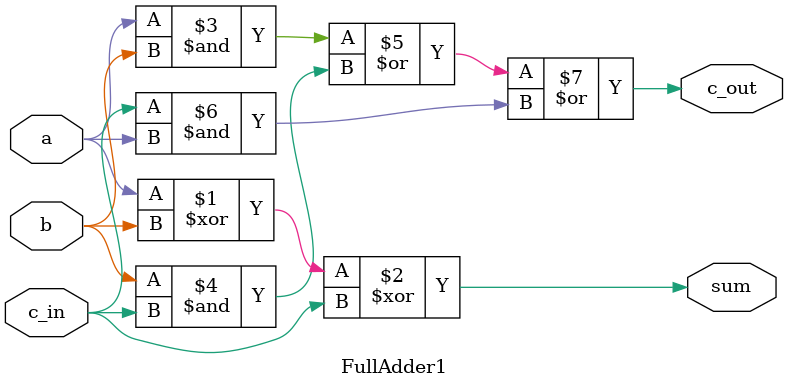
<source format=v>
`default_nettype none
`timescale 1ns/1ps
`include "FullAdder1_defs.vh"

module FullAdder1(
  input  wire a,
  input  wire b,
  input  wire c_in,
  output wire sum,
  output wire c_out
);
  `include "dfhdl_defs.vh"
  assign sum   = (a ^ b) ^ c_in;
  assign c_out = ((a & b) | (b & c_in)) | (c_in & a);
endmodule

</source>
